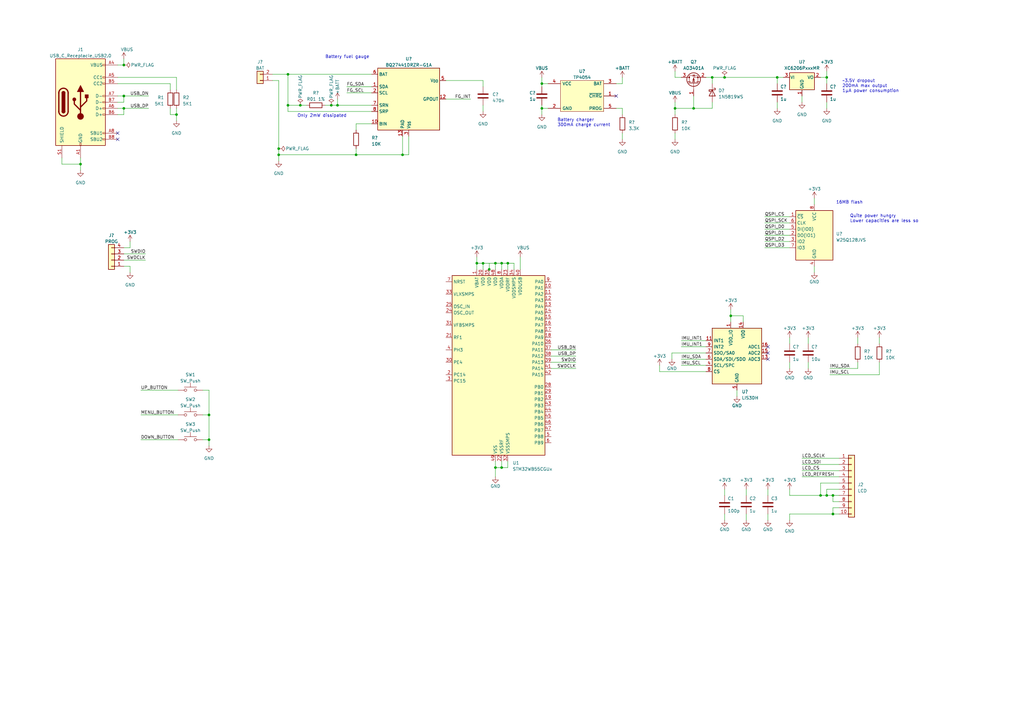
<source format=kicad_sch>
(kicad_sch (version 20230121) (generator eeschema)
  (paper "A3")
  (lib_symbols
    (symbol "Battery_Management:BQ27441DRZR-G1A"
      (property "Reference" "U" (at -5.08 15.875 0))
      (property "Value" "BQ27441DRZR-G1A" (at -5.08 13.97 0))
      (symbol "BQ27441DRZR-G1A_0_1"
        (rectangle (start -12.7 12.7) (end 12.7 -12.7) (stroke (width 0.254)) (fill (type background)))
      )
      (symbol "BQ27441DRZR-G1A_1_1"
        (pin bidirectional line (at -15.24 5.08 0) (length 2.54) (name "SDA") (number "1"))
        (pin input line (at -15.24 -10.16 0) (length 2.54) (name "BIN") (number "10"))
        (pin no_connect line (at 10.16 -2.54 180) (length 2.54) hide (name "NC") (number "11"))
        (pin output line (at 15.24 0 180) (length 2.54) (name "GPOUT") (number "12"))
        (pin power_in line (at -2.54 -15.24 90) (length 2.54) (name "PAD") (number "13"))
        (pin input line (at -15.24 2.54 0) (length 2.54) (name "SCL") (number "2"))
        (pin power_in line (at 0 -15.24 90) (length 2.54) (name "V_{SS}") (number "3"))
        (pin no_connect line (at 10.16 -7.62 180) (length 2.54) hide (name "NC") (number "4"))
        (pin power_out line (at 15.24 7.62 180) (length 2.54) (name "V_{DD}") (number "5"))
        (pin power_in line (at -15.24 10.16 0) (length 2.54) (name "BAT") (number "6"))
        (pin input line (at -15.24 -2.54 0) (length 2.54) (name "SRN") (number "7"))
        (pin input line (at -15.24 -5.08 0) (length 2.54) (name "SRP") (number "8"))
        (pin no_connect line (at 10.16 -5.08 180) (length 2.54) hide (name "NC") (number "9"))
      )
    )
    (symbol "Connector:USB_C_Receptacle_USB2.0" (pin_names (offset 1.016))
      (property "Reference" "J" (at -10.16 19.05 0))
      (property "Value" "USB_C_Receptacle_USB2.0" (at 19.05 19.05 0))
      (symbol "USB_C_Receptacle_USB2.0_0_0"
        (rectangle (start -0.254 -17.78) (end 0.254 -16.764))
        (rectangle (start 10.16 -14.986) (end 9.144 -15.494))
        (rectangle (start 10.16 -12.446) (end 9.144 -12.954))
        (rectangle (start 10.16 -4.826) (end 9.144 -5.334))
        (rectangle (start 10.16 -2.286) (end 9.144 -2.794))
        (rectangle (start 10.16 0.254) (end 9.144 -0.254))
        (rectangle (start 10.16 2.794) (end 9.144 2.286))
        (rectangle (start 10.16 7.874) (end 9.144 7.366))
        (rectangle (start 10.16 10.414) (end 9.144 9.906))
        (rectangle (start 10.16 15.494) (end 9.144 14.986))
      )
      (symbol "USB_C_Receptacle_USB2.0_0_1"
        (rectangle (start -10.16 17.78) (end 10.16 -17.78) (stroke (width 0.254)) (fill (type background)))
        (arc (start -8.89 -3.81) (mid -6.985 -5.7067) (end -5.08 -3.81) (stroke (width 0.508)))
        (arc (start -7.62 -3.81) (mid -6.985 -4.4423) (end -6.35 -3.81) (stroke (width 0.254)))
        (arc (start -7.62 -3.81) (mid -6.985 -4.4423) (end -6.35 -3.81) (stroke (width 0.254)) (fill (type outline)))
        (rectangle (start -7.62 -3.81) (end -6.35 3.81) (stroke (width 0.254)) (fill (type outline)))
        (arc (start -6.35 3.81) (mid -6.985 4.4423) (end -7.62 3.81) (stroke (width 0.254)))
        (arc (start -6.35 3.81) (mid -6.985 4.4423) (end -7.62 3.81) (stroke (width 0.254)) (fill (type outline)))
        (arc (start -5.08 3.81) (mid -6.985 5.7067) (end -8.89 3.81) (stroke (width 0.508)))
        (circle (center -2.54 1.143) (radius 0.635) (stroke (width 0.254)) (fill (type outline)))
        (circle (center 0 -5.842) (radius 1.27) (fill (type outline)))
        (polyline (pts (xy -8.89 -3.81) (xy -8.89 3.81)) (stroke (width 0.508)))
        (polyline (pts (xy -5.08 3.81) (xy -5.08 -3.81)) (stroke (width 0.508)))
        (polyline (pts (xy 0 -5.842) (xy 0 4.318)) (stroke (width 0.508)))
        (polyline (pts (xy 0 -3.302) (xy -2.54 -0.762) (xy -2.54 0.508)) (stroke (width 0.508)))
        (polyline (pts (xy 0 -2.032) (xy 2.54 0.508) (xy 2.54 1.778)) (stroke (width 0.508)))
        (polyline (pts (xy -1.27 4.318) (xy 0 6.858) (xy 1.27 4.318) (xy -1.27 4.318)) (stroke (width 0.254)) (fill (type outline)))
        (rectangle (start 1.905 1.778) (end 3.175 3.048) (stroke (width 0.254)) (fill (type outline)))
      )
      (symbol "USB_C_Receptacle_USB2.0_1_1"
        (pin passive line (at 0 -22.86 90) (length 5.08) (name "GND") (number "A1"))
        (pin passive line (at 0 -22.86 90) (length 5.08) hide (name "GND") (number "A12"))
        (pin passive line (at 15.24 15.24 180) (length 5.08) (name "VBUS") (number "A4"))
        (pin bidirectional line (at 15.24 10.16 180) (length 5.08) (name "CC1") (number "A5"))
        (pin bidirectional line (at 15.24 -2.54 180) (length 5.08) (name "D+") (number "A6"))
        (pin bidirectional line (at 15.24 2.54 180) (length 5.08) (name "D-") (number "A7"))
        (pin bidirectional line (at 15.24 -12.7 180) (length 5.08) (name "SBU1") (number "A8"))
        (pin passive line (at 15.24 15.24 180) (length 5.08) hide (name "VBUS") (number "A9"))
        (pin passive line (at 0 -22.86 90) (length 5.08) hide (name "GND") (number "B1"))
        (pin passive line (at 0 -22.86 90) (length 5.08) hide (name "GND") (number "B12"))
        (pin passive line (at 15.24 15.24 180) (length 5.08) hide (name "VBUS") (number "B4"))
        (pin bidirectional line (at 15.24 7.62 180) (length 5.08) (name "CC2") (number "B5"))
        (pin bidirectional line (at 15.24 -5.08 180) (length 5.08) (name "D+") (number "B6"))
        (pin bidirectional line (at 15.24 0 180) (length 5.08) (name "D-") (number "B7"))
        (pin bidirectional line (at 15.24 -15.24 180) (length 5.08) (name "SBU2") (number "B8"))
        (pin passive line (at 15.24 15.24 180) (length 5.08) hide (name "VBUS") (number "B9"))
        (pin passive line (at -7.62 -22.86 90) (length 5.08) (name "SHIELD") (number "S1"))
      )
    )
    (symbol "Connector_Generic:Conn_01x02" (pin_names (offset 1.016) hide)
      (property "Reference" "J" (at 0 2.54 0))
      (property "Value" "Conn_01x02" (at 0 -5.08 0))
      (symbol "Conn_01x02_1_1"
        (rectangle (start -1.27 -2.413) (end 0 -2.667) (stroke (width 0.1524)))
        (rectangle (start -1.27 0.127) (end 0 -0.127) (stroke (width 0.1524)))
        (rectangle (start -1.27 1.27) (end 1.27 -3.81) (stroke (width 0.254)) (fill (type background)))
        (pin passive line (at -5.08 0 0) (length 3.81) (name "Pin_1") (number "1"))
        (pin passive line (at -5.08 -2.54 0) (length 3.81) (name "Pin_2") (number "2"))
      )
    )
    (symbol "Connector_Generic:Conn_01x04" (pin_names (offset 1.016) hide)
      (property "Reference" "J" (at 0 5.08 0))
      (property "Value" "Conn_01x04" (at 0 -7.62 0))
      (symbol "Conn_01x04_1_1"
        (rectangle (start -1.27 -4.953) (end 0 -5.207) (stroke (width 0.1524)))
        (rectangle (start -1.27 -2.413) (end 0 -2.667) (stroke (width 0.1524)))
        (rectangle (start -1.27 0.127) (end 0 -0.127) (stroke (width 0.1524)))
        (rectangle (start -1.27 2.667) (end 0 2.413) (stroke (width 0.1524)))
        (rectangle (start -1.27 3.81) (end 1.27 -6.35) (stroke (width 0.254)) (fill (type background)))
        (pin passive line (at -5.08 2.54 0) (length 3.81) (name "Pin_1") (number "1"))
        (pin passive line (at -5.08 0 0) (length 3.81) (name "Pin_2") (number "2"))
        (pin passive line (at -5.08 -2.54 0) (length 3.81) (name "Pin_3") (number "3"))
        (pin passive line (at -5.08 -5.08 0) (length 3.81) (name "Pin_4") (number "4"))
      )
    )
    (symbol "Connector_Generic:Conn_01x10" (pin_names (offset 1.016) hide)
      (property "Reference" "J" (at 0 12.7 0))
      (property "Value" "Conn_01x10" (at 0 -15.24 0))
      (symbol "Conn_01x10_1_1"
        (rectangle (start -1.27 -12.573) (end 0 -12.827) (stroke (width 0.1524)))
        (rectangle (start -1.27 -10.033) (end 0 -10.287) (stroke (width 0.1524)))
        (rectangle (start -1.27 -7.493) (end 0 -7.747) (stroke (width 0.1524)))
        (rectangle (start -1.27 -4.953) (end 0 -5.207) (stroke (width 0.1524)))
        (rectangle (start -1.27 -2.413) (end 0 -2.667) (stroke (width 0.1524)))
        (rectangle (start -1.27 0.127) (end 0 -0.127) (stroke (width 0.1524)))
        (rectangle (start -1.27 2.667) (end 0 2.413) (stroke (width 0.1524)))
        (rectangle (start -1.27 5.207) (end 0 4.953) (stroke (width 0.1524)))
        (rectangle (start -1.27 7.747) (end 0 7.493) (stroke (width 0.1524)))
        (rectangle (start -1.27 10.287) (end 0 10.033) (stroke (width 0.1524)))
        (rectangle (start -1.27 11.43) (end 1.27 -13.97) (stroke (width 0.254)) (fill (type background)))
        (pin passive line (at -5.08 10.16 0) (length 3.81) (name "Pin_1") (number "1"))
        (pin passive line (at -5.08 -12.7 0) (length 3.81) (name "Pin_10") (number "10"))
        (pin passive line (at -5.08 7.62 0) (length 3.81) (name "Pin_2") (number "2"))
        (pin passive line (at -5.08 5.08 0) (length 3.81) (name "Pin_3") (number "3"))
        (pin passive line (at -5.08 2.54 0) (length 3.81) (name "Pin_4") (number "4"))
        (pin passive line (at -5.08 0 0) (length 3.81) (name "Pin_5") (number "5"))
        (pin passive line (at -5.08 -2.54 0) (length 3.81) (name "Pin_6") (number "6"))
        (pin passive line (at -5.08 -5.08 0) (length 3.81) (name "Pin_7") (number "7"))
        (pin passive line (at -5.08 -7.62 0) (length 3.81) (name "Pin_8") (number "8"))
        (pin passive line (at -5.08 -10.16 0) (length 3.81) (name "Pin_9") (number "9"))
      )
    )
    (symbol "Device:C" (pin_numbers hide) (pin_names (offset 0.254))
      (property "Reference" "C" (at 0.635 2.54 0))
      (property "Value" "C" (at 0.635 -2.54 0))
      (symbol "C_0_1"
        (polyline (pts (xy -2.032 -0.762) (xy 2.032 -0.762)) (stroke (width 0.508)))
        (polyline (pts (xy -2.032 0.762) (xy 2.032 0.762)) (stroke (width 0.508)))
      )
      (symbol "C_1_1"
        (pin passive line (at 0 3.81 270) (length 2.794) (name "~") (number "1"))
        (pin passive line (at 0 -3.81 90) (length 2.794) (name "~") (number "2"))
      )
    )
    (symbol "Device:R" (pin_numbers hide) (pin_names (offset 0))
      (property "Reference" "R" (at 2.032 0 90))
      (property "Value" "R" (at 0 0 90))
      (symbol "R_0_1"
        (rectangle (start -1.016 -2.54) (end 1.016 2.54) (stroke (width 0.254)))
      )
      (symbol "R_1_1"
        (pin passive line (at 0 3.81 270) (length 1.27) (name "~") (number "1"))
        (pin passive line (at 0 -3.81 90) (length 1.27) (name "~") (number "2"))
      )
    )
    (symbol "Diode:1N5819WS" (pin_numbers hide) (pin_names (offset 1.016) hide)
      (property "Reference" "D" (at 0 2.54 0))
      (property "Value" "1N5819WS" (at 0 -2.54 0))
      (symbol "1N5819WS_0_1"
        (polyline (pts (xy 1.27 0) (xy -1.27 0)))
        (polyline (pts (xy 1.27 1.27) (xy 1.27 -1.27) (xy -1.27 0) (xy 1.27 1.27)) (stroke (width 0.254)))
        (polyline (pts (xy -1.905 0.635) (xy -1.905 1.27) (xy -1.27 1.27) (xy -1.27 -1.27) (xy -0.635 -1.27) (xy -0.635 -0.635)) (stroke (width 0.254)))
      )
      (symbol "1N5819WS_1_1"
        (pin passive line (at -3.81 0 0) (length 2.54) (name "K") (number "1"))
        (pin passive line (at 3.81 0 180) (length 2.54) (name "A") (number "2"))
      )
    )
    (symbol "MCU_ST_STM32WB:STM32WB55CGUx"
      (property "Reference" "U" (at -17.78 39.37 0))
      (property "Value" "STM32WB55CGUx" (at 12.7 39.37 0))
      (symbol "STM32WB55CGUx_0_1"
        (rectangle (start -17.78 -35.56) (end 20.32 38.1) (stroke (width 0.254)) (fill (type background)))
      )
      (symbol "STM32WB55CGUx_1_1"
        (pin power_in line (at -7.62 40.64 270) (length 2.54) (name "VBAT") (number "1"))
        (pin bidirectional line (at 22.86 33.02 180) (length 2.54) (name "PA1") (number "10"))
        (pin bidirectional line (at 22.86 30.48 180) (length 2.54) (name "PA2") (number "11"))
        (pin bidirectional line (at 22.86 27.94 180) (length 2.54) (name "PA3") (number "12"))
        (pin bidirectional line (at 22.86 25.4 180) (length 2.54) (name "PA4") (number "13"))
        (pin bidirectional line (at 22.86 22.86 180) (length 2.54) (name "PA5") (number "14"))
        (pin bidirectional line (at 22.86 20.32 180) (length 2.54) (name "PA6") (number "15"))
        (pin bidirectional line (at 22.86 17.78 180) (length 2.54) (name "PA7") (number "16"))
        (pin bidirectional line (at 22.86 15.24 180) (length 2.54) (name "PA8") (number "17"))
        (pin bidirectional line (at 22.86 12.7 180) (length 2.54) (name "PA9") (number "18"))
        (pin bidirectional line (at 22.86 -12.7 180) (length 2.54) (name "PB2") (number "19"))
        (pin bidirectional line (at -20.32 -2.54 0) (length 2.54) (name "PC14") (number "2"))
        (pin power_in line (at -5.08 40.64 270) (length 2.54) (name "VDD") (number "20"))
        (pin bidirectional line (at -20.32 12.7 0) (length 2.54) (name "RF1") (number "21"))
        (pin power_in line (at 2.54 -38.1 90) (length 2.54) (name "VSSRF") (number "22"))
        (pin power_in line (at 5.08 40.64 270) (length 2.54) (name "VDDRF") (number "23"))
        (pin input line (at -20.32 22.86 0) (length 2.54) (name "OSC_OUT") (number "24"))
        (pin input line (at -20.32 25.4 0) (length 2.54) (name "OSC_IN") (number "25"))
        (pin no_connect line (at -17.78 -35.56 0) (length 2.54) hide (name "AT0") (number "26"))
        (pin no_connect line (at -17.78 -33.02 0) (length 2.54) hide (name "AT1") (number "27"))
        (pin bidirectional line (at 22.86 -7.62 180) (length 2.54) (name "PB0") (number "28"))
        (pin bidirectional line (at 22.86 -10.16 180) (length 2.54) (name "PB1") (number "29"))
        (pin bidirectional line (at -20.32 -5.08 0) (length 2.54) (name "PC15") (number "3"))
        (pin bidirectional line (at -20.32 2.54 0) (length 2.54) (name "PE4") (number "30"))
        (pin input line (at -20.32 17.78 0) (length 2.54) (name "VFBSMPS") (number "31"))
        (pin power_in line (at 5.08 -38.1 90) (length 2.54) (name "VSSSMPS") (number "32"))
        (pin power_in line (at -20.32 30.48 0) (length 2.54) (name "VLXSMPS") (number "33"))
        (pin power_in line (at 7.62 40.64 270) (length 2.54) (name "VDDSMPS") (number "34"))
        (pin power_in line (at -2.54 40.64 270) (length 2.54) (name "VDD") (number "35"))
        (pin bidirectional line (at 22.86 10.16 180) (length 2.54) (name "PA10") (number "36"))
        (pin bidirectional line (at 22.86 7.62 180) (length 2.54) (name "PA11") (number "37"))
        (pin bidirectional line (at 22.86 5.08 180) (length 2.54) (name "PA12") (number "38"))
        (pin bidirectional line (at 22.86 2.54 180) (length 2.54) (name "PA13") (number "39"))
        (pin bidirectional line (at -20.32 7.62 0) (length 2.54) (name "PH3") (number "4"))
        (pin power_in line (at 10.16 40.64 270) (length 2.54) (name "VDDUSB") (number "40"))
        (pin bidirectional line (at 22.86 0 180) (length 2.54) (name "PA14") (number "41"))
        (pin bidirectional line (at 22.86 -2.54 180) (length 2.54) (name "PA15") (number "42"))
        (pin bidirectional line (at 22.86 -15.24 180) (length 2.54) (name "PB3") (number "43"))
        (pin bidirectional line (at 22.86 -17.78 180) (length 2.54) (name "PB4") (number "44"))
        (pin bidirectional line (at 22.86 -20.32 180) (length 2.54) (name "PB5") (number "45"))
        (pin bidirectional line (at 22.86 -22.86 180) (length 2.54) (name "PB6") (number "46"))
        (pin bidirectional line (at 22.86 -25.4 180) (length 2.54) (name "PB7") (number "47"))
        (pin power_in line (at 0 40.64 270) (length 2.54) (name "VDD") (number "48"))
        (pin power_in line (at 0 -38.1 90) (length 2.54) (name "VSS") (number "49"))
        (pin bidirectional line (at 22.86 -27.94 180) (length 2.54) (name "PB8") (number "5"))
        (pin bidirectional line (at 22.86 -30.48 180) (length 2.54) (name "PB9") (number "6"))
        (pin input line (at -20.32 35.56 0) (length 2.54) (name "NRST") (number "7"))
        (pin power_in line (at 2.54 40.64 270) (length 2.54) (name "VDDA") (number "8"))
        (pin bidirectional line (at 22.86 35.56 180) (length 2.54) (name "PA0") (number "9"))
      )
    )
    (symbol "Memory_Flash:W25Q128JVS"
      (property "Reference" "U" (at -8.89 8.89 0))
      (property "Value" "W25Q128JVS" (at 7.62 8.89 0))
      (symbol "W25Q128JVS_0_1"
        (rectangle (start -7.62 10.16) (end 7.62 -10.16) (stroke (width 0.254)) (fill (type background)))
      )
      (symbol "W25Q128JVS_1_1"
        (pin input line (at -10.16 7.62 0) (length 2.54) (name "~{CS}") (number "1"))
        (pin bidirectional line (at -10.16 0 0) (length 2.54) (name "DO(IO1)") (number "2"))
        (pin bidirectional line (at -10.16 -2.54 0) (length 2.54) (name "IO2") (number "3"))
        (pin power_in line (at 0 -12.7 90) (length 2.54) (name "GND") (number "4"))
        (pin bidirectional line (at -10.16 2.54 0) (length 2.54) (name "DI(IO0)") (number "5"))
        (pin input line (at -10.16 5.08 0) (length 2.54) (name "CLK") (number "6"))
        (pin bidirectional line (at -10.16 -5.08 0) (length 2.54) (name "IO3") (number "7"))
        (pin power_in line (at 0 12.7 270) (length 2.54) (name "VCC") (number "8"))
      )
    )
    (symbol "Regulator_Linear:XC6206PxxxMR" (pin_names (offset 0.254))
      (property "Reference" "U" (at -3.81 3.175 0))
      (property "Value" "XC6206PxxxMR" (at 0 3.175 0))
      (symbol "XC6206PxxxMR_0_1"
        (rectangle (start -5.08 1.905) (end 5.08 -5.08) (stroke (width 0.254)) (fill (type background)))
      )
      (symbol "XC6206PxxxMR_1_1"
        (pin power_in line (at 0 -7.62 90) (length 2.54) (name "GND") (number "1"))
        (pin power_out line (at 7.62 0 180) (length 2.54) (name "VO") (number "2"))
        (pin power_in line (at -7.62 0 0) (length 2.54) (name "VI") (number "3"))
      )
    )
    (symbol "Sensor_Motion:LIS3DH"
      (property "Reference" "U" (at -7.62 11.43 0))
      (property "Value" "LIS3DH" (at 6.35 11.43 0))
      (symbol "LIS3DH_0_1"
        (rectangle (start -10.16 10.16) (end 10.16 -12.7) (stroke (width 0.254)) (fill (type background)))
      )
      (symbol "LIS3DH_1_1"
        (pin power_in line (at -2.54 12.7 270) (length 2.54) (name "VDD_IO") (number "1"))
        (pin passive line (at 0 -15.24 90) (length 2.54) hide (name "GND") (number "10"))
        (pin output line (at -12.7 5.08 0) (length 2.54) (name "INT1") (number "11"))
        (pin passive line (at 0 -15.24 90) (length 2.54) hide (name "GND") (number "12"))
        (pin input line (at 12.7 -2.54 180) (length 2.54) (name "ADC3") (number "13"))
        (pin power_in line (at 2.54 12.7 270) (length 2.54) (name "VDD") (number "14"))
        (pin input line (at 12.7 0 180) (length 2.54) (name "ADC2") (number "15"))
        (pin input line (at 12.7 2.54 180) (length 2.54) (name "ADC1") (number "16"))
        (pin no_connect line (at 10.16 5.08 180) (length 2.54) hide (name "NC") (number "2"))
        (pin no_connect line (at 10.16 7.62 180) (length 2.54) hide (name "NC") (number "3"))
        (pin input line (at -12.7 -5.08 0) (length 2.54) (name "SCL/SPC") (number "4"))
        (pin power_in line (at 0 -15.24 90) (length 2.54) (name "GND") (number "5"))
        (pin bidirectional line (at -12.7 -2.54 0) (length 2.54) (name "SDA/SDI/SDO") (number "6"))
        (pin bidirectional line (at -12.7 0 0) (length 2.54) (name "SDO/SA0") (number "7"))
        (pin input line (at -12.7 -7.62 0) (length 2.54) (name "CS") (number "8"))
        (pin output line (at -12.7 2.54 0) (length 2.54) (name "INT2") (number "9"))
      )
    )
    (symbol "Switch:SW_Push" (pin_numbers hide) (pin_names (offset 1.016) hide)
      (property "Reference" "SW" (at 1.27 2.54 0))
      (property "Value" "SW_Push" (at 0 -1.524 0))
      (symbol "SW_Push_0_1"
        (circle (center -2.032 0) (radius 0.508))
        (polyline (pts (xy 0 1.27) (xy 0 3.048)))
        (polyline (pts (xy 2.54 1.27) (xy -2.54 1.27)))
        (circle (center 2.032 0) (radius 0.508))
        (pin passive line (at -5.08 0 0) (length 2.54) (name "1") (number "1"))
        (pin passive line (at 5.08 0 180) (length 2.54) (name "2") (number "2"))
      )
    )
    (symbol "Transistor_FET:AO3401A" (pin_names hide)
      (property "Reference" "Q" (at 5.08 1.905 0))
      (property "Value" "AO3401A" (at 5.08 0 0))
      (symbol "AO3401A_0_1"
        (polyline (pts (xy 0.254 0) (xy -2.54 0)))
        (polyline (pts (xy 0.254 1.905) (xy 0.254 -1.905)) (stroke (width 0.254)))
        (polyline (pts (xy 0.762 -1.27) (xy 0.762 -2.286)) (stroke (width 0.254)))
        (polyline (pts (xy 0.762 0.508) (xy 0.762 -0.508)) (stroke (width 0.254)))
        (polyline (pts (xy 0.762 2.286) (xy 0.762 1.27)) (stroke (width 0.254)))
        (polyline (pts (xy 2.54 2.54) (xy 2.54 1.778)))
        (polyline (pts (xy 2.54 -2.54) (xy 2.54 0) (xy 0.762 0)))
        (polyline (pts (xy 0.762 1.778) (xy 3.302 1.778) (xy 3.302 -1.778) (xy 0.762 -1.778)))
        (polyline (pts (xy 2.286 0) (xy 1.27 0.381) (xy 1.27 -0.381) (xy 2.286 0)) (fill (type outline)))
        (polyline (pts (xy 2.794 -0.508) (xy 2.921 -0.381) (xy 3.683 -0.381) (xy 3.81 -0.254)))
        (polyline (pts (xy 3.302 -0.381) (xy 2.921 0.254) (xy 3.683 0.254) (xy 3.302 -0.381)))
        (circle (center 1.651 0) (radius 2.794) (stroke (width 0.254)))
        (circle (center 2.54 -1.778) (radius 0.254) (fill (type outline)))
        (circle (center 2.54 1.778) (radius 0.254) (fill (type outline)))
      )
      (symbol "AO3401A_1_1"
        (pin input line (at -5.08 0 0) (length 2.54) (name "G") (number "1"))
        (pin passive line (at 2.54 -5.08 90) (length 2.54) (name "S") (number "2"))
        (pin passive line (at 2.54 5.08 270) (length 2.54) (name "D") (number "3"))
      )
    )
    (symbol "local:TP4054" (pin_names (offset 0.762))
      (property "Reference" "U?" (at 0 10.16 0))
      (property "Value" "TP4054" (at 0 7.62 0))
      (symbol "TP4054_0_0"
        (pin passive line (at 13.97 0 180) (length 5.08) (name "~{CHRG}") (number "1"))
        (pin passive line (at -13.97 -5.08 0) (length 5.08) (name "GND") (number "2"))
        (pin passive line (at 13.97 5.08 180) (length 5.08) (name "BAT") (number "3"))
        (pin passive line (at -13.97 5.08 0) (length 5.08) (name "VCC") (number "4"))
        (pin passive line (at 13.97 -5.08 180) (length 5.08) (name "PROG") (number "5"))
      )
      (symbol "TP4054_1_1"
        (polyline (pts (xy -8.89 6.35) (xy 8.89 6.35) (xy 8.89 -6.35) (xy -8.89 -6.35) (xy -8.89 6.35)) (stroke (width 0.1524)) (fill (type background)))
      )
    )
    (symbol "power:+3V3" (power) (pin_names (offset 0))
      (property "Value" "+3V3" (at 0 3.556 0))
      (symbol "+3V3_0_1"
        (polyline (pts (xy -0.762 1.27) (xy 0 2.54)))
        (polyline (pts (xy 0 0) (xy 0 2.54)))
        (polyline (pts (xy 0 2.54) (xy 0.762 1.27)))
      )
      (symbol "+3V3_1_1"
        (pin power_in line (at 0 0 90) (length 0) hide (name "+3V3") (number "1"))
      )
    )
    (symbol "power:+BATT" (power) (pin_names (offset 0))
      (property "Value" "+BATT" (at 0 3.556 0))
      (symbol "+BATT_0_1"
        (polyline (pts (xy -0.762 1.27) (xy 0 2.54)))
        (polyline (pts (xy 0 0) (xy 0 2.54)))
        (polyline (pts (xy 0 2.54) (xy 0.762 1.27)))
      )
      (symbol "+BATT_1_1"
        (pin power_in line (at 0 0 90) (length 0) hide (name "+BATT") (number "1"))
      )
    )
    (symbol "power:GND" (power) (pin_names (offset 0))
      (property "Value" "GND" (at 0 -3.81 0))
      (symbol "GND_0_1"
        (polyline (pts (xy 0 0) (xy 0 -1.27) (xy 1.27 -1.27) (xy 0 -2.54) (xy -1.27 -1.27) (xy 0 -1.27)))
      )
      (symbol "GND_1_1"
        (pin power_in line (at 0 0 270) (length 0) hide (name "GND") (number "1"))
      )
    )
    (symbol "power:PWR_FLAG" (power) (pin_numbers hide) (pin_names (offset 0) hide)
      (property "Value" "PWR_FLAG" (at 0 3.81 0))
      (symbol "PWR_FLAG_0_0"
        (pin power_out line (at 0 0 90) (length 0) (name "pwr") (number "1"))
      )
      (symbol "PWR_FLAG_0_1"
        (polyline (pts (xy 0 0) (xy 0 1.27) (xy -1.016 1.905) (xy 0 2.54) (xy 1.016 1.905) (xy 0 1.27)))
      )
    )
    (symbol "power:VBUS" (power) (pin_names (offset 0))
      (property "Value" "VBUS" (at 0 3.81 0))
      (symbol "VBUS_0_1"
        (polyline (pts (xy -0.762 1.27) (xy 0 2.54)))
        (polyline (pts (xy 0 0) (xy 0 2.54)))
        (polyline (pts (xy 0 2.54) (xy 0.762 1.27)))
      )
      (symbol "VBUS_1_1"
        (pin power_in line (at 0 0 90) (length 0) hide (name "VBUS") (number "1"))
      )
    )
  )
  (junction (at 203.2 107.95))
  (junction (at 341.63 203.2))
  (junction (at 85.725 180.34))
  (junction (at 292.1 31.75))
  (junction (at 318.77 31.75))
  (junction (at 50.8 39.37))
  (junction (at 203.2 191.77))
  (junction (at 297.18 31.75))
  (junction (at 195.58 107.95))
  (junction (at 135.89 43.18))
  (junction (at 138.43 43.18))
  (junction (at 336.55 203.2))
  (junction (at 200.66 110.49))
  (junction (at 205.74 107.95))
  (junction (at 208.28 107.95))
  (junction (at 118.11 43.18))
  (junction (at 50.8 44.45))
  (junction (at 284.48 44.45))
  (junction (at 299.72 129.54))
  (junction (at 72.39 46.99))
  (junction (at 205.74 191.77))
  (junction (at 276.86 44.45))
  (junction (at 85.725 170.18))
  (junction (at 118.11 30.48))
  (junction (at 146.05 63.5))
  (junction (at 114.3 63.5))
  (junction (at 198.12 108.0045))
  (junction (at 33.02 67.31))
  (junction (at 222.25 44.45))
  (junction (at 341.63 210.82))
  (junction (at 50.8 26.67))
  (junction (at 339.09 203.2))
  (junction (at 123.19 43.18))
  (junction (at 222.25 34.29))
  (junction (at 114.3 60.96))
  (junction (at 165.1 63.5))
  (junction (at 339.09 31.75))
  (no_connect (at 314.96 144.78))
  (no_connect (at 48.26 54.61))
  (no_connect (at 314.96 142.24))
  (no_connect (at 48.26 57.15))
  (no_connect (at 252.73 39.37))
  (no_connect (at 314.96 147.32))
  (wire (pts (xy 344.17 200.66) (xy 339.09 200.66)))
  (wire (pts (xy 50.8 24.13) (xy 50.8 26.67)))
  (wire (pts (xy 165.1 55.88) (xy 165.1 63.5)))
  (wire (pts (xy 313.69 99.06) (xy 323.85 99.06)))
  (wire (pts (xy 142.24 35.56) (xy 152.4 35.56)))
  (wire (pts (xy 69.85 34.29) (xy 69.85 36.83)))
  (wire (pts (xy 167.64 55.88) (xy 167.64 63.5)))
  (wire (pts (xy 341.63 208.28) (xy 344.17 208.28)))
  (wire (pts (xy 198.12 43.18) (xy 198.12 45.72)))
  (wire (pts (xy 314.96 200.66) (xy 314.96 203.2)))
  (wire (pts (xy 50.8 39.37) (xy 60.96 39.37)))
  (wire (pts (xy 284.48 39.37) (xy 284.48 44.45)))
  (wire (pts (xy 226.06 143.51) (xy 236.22 143.51)))
  (wire (pts (xy 339.09 31.75) (xy 336.55 31.75)))
  (wire (pts (xy 328.93 187.96) (xy 344.17 187.96)))
  (wire (pts (xy 306.07 200.66) (xy 306.07 203.2)))
  (wire (pts (xy 114.3 63.5) (xy 146.05 63.5)))
  (wire (pts (xy 360.68 148.59) (xy 360.68 153.67)))
  (wire (pts (xy 331.47 148.59) (xy 331.47 151.13)))
  (wire (pts (xy 203.2 191.77) (xy 203.2 195.58)))
  (wire (pts (xy 323.85 138.43) (xy 323.85 140.97)))
  (wire (pts (xy 328.93 39.37) (xy 328.93 41.91)))
  (wire (pts (xy 289.56 139.7) (xy 279.4 139.7)))
  (wire (pts (xy 270.51 149.86) (xy 270.51 152.4)))
  (wire (pts (xy 118.11 30.48) (xy 152.4 30.48)))
  (wire (pts (xy 299.72 127) (xy 299.72 129.54)))
  (wire (pts (xy 83.185 160.02) (xy 85.725 160.02)))
  (wire (pts (xy 138.43 43.18) (xy 152.4 43.18)))
  (wire (pts (xy 133.35 43.18) (xy 135.89 43.18)))
  (wire (pts (xy 306.07 210.82) (xy 306.07 213.36)))
  (wire (pts (xy 226.06 148.59) (xy 236.22 148.59)))
  (wire (pts (xy 25.4 64.77) (xy 25.4 67.31)))
  (wire (pts (xy 114.3 33.02) (xy 114.3 60.96)))
  (wire (pts (xy 255.27 34.29) (xy 252.73 34.29)))
  (wire (pts (xy 138.43 40.64) (xy 138.43 43.18)))
  (wire (pts (xy 205.74 191.77) (xy 208.28 191.77)))
  (wire (pts (xy 48.26 31.75) (xy 72.39 31.75)))
  (wire (pts (xy 50.8 44.45) (xy 50.8 46.99)))
  (wire (pts (xy 111.76 33.02) (xy 114.3 33.02)))
  (wire (pts (xy 72.39 31.75) (xy 72.39 36.83)))
  (wire (pts (xy 279.4 147.32) (xy 289.56 147.32)))
  (wire (pts (xy 328.93 193.04) (xy 344.17 193.04)))
  (wire (pts (xy 146.05 63.5) (xy 146.05 60.96)))
  (wire (pts (xy 222.25 46.99) (xy 222.25 44.45)))
  (wire (pts (xy 203.2 107.95) (xy 205.74 107.95)))
  (wire (pts (xy 53.34 99.06) (xy 53.34 101.6)))
  (wire (pts (xy 146.05 53.34) (xy 146.05 50.8)))
  (wire (pts (xy 59.69 104.14) (xy 50.8 104.14)))
  (wire (pts (xy 313.69 93.98) (xy 323.85 93.98)))
  (wire (pts (xy 85.725 160.02) (xy 85.725 170.18)))
  (wire (pts (xy 344.17 205.74) (xy 341.63 205.74)))
  (wire (pts (xy 284.48 44.45) (xy 276.86 44.45)))
  (wire (pts (xy 205.74 107.95) (xy 205.74 110.49)))
  (wire (pts (xy 284.48 44.45) (xy 292.1 44.45)))
  (wire (pts (xy 336.55 203.2) (xy 339.09 203.2)))
  (wire (pts (xy 340.36 153.67) (xy 360.68 153.67)))
  (wire (pts (xy 341.63 203.2) (xy 344.17 203.2)))
  (wire (pts (xy 123.19 43.18) (xy 125.73 43.18)))
  (wire (pts (xy 222.25 31.75) (xy 222.25 34.29)))
  (wire (pts (xy 292.1 41.91) (xy 292.1 44.45)))
  (wire (pts (xy 292.1 31.75) (xy 297.18 31.75)))
  (wire (pts (xy 146.05 50.8) (xy 152.4 50.8)))
  (wire (pts (xy 200.66 108.0045) (xy 200.66 110.49)))
  (wire (pts (xy 222.25 44.45) (xy 224.79 44.45)))
  (wire (pts (xy 313.69 96.52) (xy 323.85 96.52)))
  (wire (pts (xy 198.12 107.95) (xy 198.12 108.0045)))
  (wire (pts (xy 292.1 31.75) (xy 292.1 34.29)))
  (wire (pts (xy 275.59 144.78) (xy 275.59 147.32)))
  (wire (pts (xy 195.58 107.95) (xy 198.12 107.95)))
  (wire (pts (xy 33.02 69.85) (xy 33.02 67.31)))
  (wire (pts (xy 336.55 198.12) (xy 344.17 198.12)))
  (wire (pts (xy 118.11 45.72) (xy 152.4 45.72)))
  (wire (pts (xy 299.72 129.54) (xy 299.72 132.08)))
  (wire (pts (xy 339.09 200.66) (xy 339.09 203.2)))
  (wire (pts (xy 167.64 63.5) (xy 165.1 63.5)))
  (wire (pts (xy 118.11 43.18) (xy 118.11 30.48)))
  (wire (pts (xy 331.47 138.43) (xy 331.47 140.97)))
  (wire (pts (xy 334.01 81.28) (xy 334.01 83.82)))
  (wire (pts (xy 276.86 44.45) (xy 276.86 46.99)))
  (wire (pts (xy 351.79 151.13) (xy 340.36 151.13)))
  (wire (pts (xy 339.09 41.91) (xy 339.09 44.45)))
  (wire (pts (xy 351.79 138.43) (xy 351.79 140.97)))
  (wire (pts (xy 276.86 29.21) (xy 276.86 31.75)))
  (wire (pts (xy 50.8 26.67) (xy 48.26 26.67)))
  (wire (pts (xy 198.12 108.0045) (xy 200.66 108.0045)))
  (wire (pts (xy 318.77 31.75) (xy 321.31 31.75)))
  (wire (pts (xy 255.27 31.75) (xy 255.27 34.29)))
  (wire (pts (xy 198.12 33.02) (xy 198.12 35.56)))
  (wire (pts (xy 135.89 43.18) (xy 138.43 43.18)))
  (wire (pts (xy 50.8 109.22) (xy 53.34 109.22)))
  (wire (pts (xy 195.58 107.95) (xy 195.58 110.49)))
  (wire (pts (xy 323.85 210.82) (xy 323.85 213.36)))
  (wire (pts (xy 270.51 152.4) (xy 289.56 152.4)))
  (wire (pts (xy 57.785 170.18) (xy 73.025 170.18)))
  (wire (pts (xy 85.725 182.88) (xy 85.725 180.34)))
  (wire (pts (xy 50.8 41.91) (xy 50.8 39.37)))
  (wire (pts (xy 203.2 107.95) (xy 203.2 110.49)))
  (wire (pts (xy 297.18 31.75) (xy 318.77 31.75)))
  (wire (pts (xy 213.36 105.41) (xy 213.36 110.49)))
  (wire (pts (xy 50.8 44.45) (xy 60.96 44.45)))
  (wire (pts (xy 142.24 38.1) (xy 152.4 38.1)))
  (wire (pts (xy 323.85 148.59) (xy 323.85 151.13)))
  (wire (pts (xy 48.26 46.99) (xy 50.8 46.99)))
  (wire (pts (xy 304.8 129.54) (xy 304.8 132.08)))
  (wire (pts (xy 341.63 210.82) (xy 323.85 210.82)))
  (wire (pts (xy 313.69 101.6) (xy 323.85 101.6)))
  (wire (pts (xy 339.09 31.75) (xy 339.09 34.29)))
  (wire (pts (xy 252.73 44.45) (xy 255.27 44.45)))
  (wire (pts (xy 318.77 31.75) (xy 318.77 34.29)))
  (wire (pts (xy 208.28 107.95) (xy 208.28 110.49)))
  (wire (pts (xy 318.77 41.91) (xy 318.77 44.45)))
  (wire (pts (xy 314.96 210.82) (xy 314.96 213.36)))
  (wire (pts (xy 146.05 63.5) (xy 165.1 63.5)))
  (wire (pts (xy 255.27 54.61) (xy 255.27 57.15)))
  (wire (pts (xy 69.85 46.99) (xy 72.39 46.99)))
  (wire (pts (xy 276.86 57.15) (xy 276.86 54.61)))
  (wire (pts (xy 222.25 34.29) (xy 224.79 34.29)))
  (wire (pts (xy 53.34 109.22) (xy 53.34 111.76)))
  (wire (pts (xy 205.74 191.77) (xy 205.74 189.23)))
  (wire (pts (xy 302.26 160.02) (xy 302.26 162.56)))
  (wire (pts (xy 276.86 31.75) (xy 279.4 31.75)))
  (wire (pts (xy 341.63 208.28) (xy 341.63 210.82)))
  (wire (pts (xy 118.11 43.18) (xy 123.19 43.18)))
  (wire (pts (xy 297.18 200.66) (xy 297.18 203.2)))
  (wire (pts (xy 313.69 91.44) (xy 323.85 91.44)))
  (wire (pts (xy 313.69 88.9) (xy 323.85 88.9)))
  (wire (pts (xy 299.72 129.54) (xy 304.8 129.54)))
  (wire (pts (xy 210.82 107.95) (xy 210.82 110.49)))
  (wire (pts (xy 198.12 108.0045) (xy 198.12 110.49)))
  (wire (pts (xy 69.85 46.99) (xy 69.85 44.45)))
  (wire (pts (xy 360.68 138.43) (xy 360.68 140.97)))
  (wire (pts (xy 279.4 149.86) (xy 289.56 149.86)))
  (wire (pts (xy 57.785 160.02) (xy 73.025 160.02)))
  (wire (pts (xy 48.26 34.29) (xy 69.85 34.29)))
  (wire (pts (xy 198.12 33.02) (xy 182.88 33.02)))
  (wire (pts (xy 351.79 151.13) (xy 351.79 148.59)))
  (wire (pts (xy 341.63 205.74) (xy 341.63 203.2)))
  (wire (pts (xy 33.02 67.31) (xy 33.02 64.77)))
  (wire (pts (xy 341.63 210.82) (xy 344.17 210.82)))
  (wire (pts (xy 289.56 144.78) (xy 275.59 144.78)))
  (wire (pts (xy 114.3 60.96) (xy 114.3 63.5)))
  (wire (pts (xy 222.25 34.29) (xy 222.25 35.56)))
  (wire (pts (xy 323.85 203.2) (xy 336.55 203.2)))
  (wire (pts (xy 226.06 151.13) (xy 236.22 151.13)))
  (wire (pts (xy 111.76 30.48) (xy 118.11 30.48)))
  (wire (pts (xy 85.725 170.18) (xy 85.725 180.34)))
  (wire (pts (xy 182.88 40.64) (xy 193.04 40.64)))
  (wire (pts (xy 48.26 44.45) (xy 50.8 44.45)))
  (wire (pts (xy 72.39 49.53) (xy 72.39 46.99)))
  (wire (pts (xy 200.66 110.49) (xy 200.66 110.5445)))
  (wire (pts (xy 336.55 198.12) (xy 336.55 203.2)))
  (wire (pts (xy 57.785 180.34) (xy 73.025 180.34)))
  (wire (pts (xy 328.93 195.58) (xy 344.17 195.58)))
  (wire (pts (xy 83.185 170.18) (xy 85.725 170.18)))
  (wire (pts (xy 339.09 29.21) (xy 339.09 31.75)))
  (wire (pts (xy 289.56 31.75) (xy 292.1 31.75)))
  (wire (pts (xy 339.09 203.2) (xy 341.63 203.2)))
  (wire (pts (xy 255.27 44.45) (xy 255.27 46.99)))
  (wire (pts (xy 118.11 45.72) (xy 118.11 43.18)))
  (wire (pts (xy 85.725 180.34) (xy 83.185 180.34)))
  (wire (pts (xy 276.86 44.45) (xy 276.86 41.91)))
  (wire (pts (xy 208.28 107.95) (xy 210.82 107.95)))
  (wire (pts (xy 114.3 63.5) (xy 114.3 66.04)))
  (wire (pts (xy 203.2 191.77) (xy 205.74 191.77)))
  (wire (pts (xy 208.28 191.77) (xy 208.28 189.23)))
  (wire (pts (xy 48.26 39.37) (xy 50.8 39.37)))
  (wire (pts (xy 222.25 43.18) (xy 222.25 44.45)))
  (wire (pts (xy 48.26 41.91) (xy 50.8 41.91)))
  (wire (pts (xy 203.2 189.23) (xy 203.2 191.77)))
  (wire (pts (xy 226.06 146.05) (xy 236.22 146.05)))
  (wire (pts (xy 297.18 210.82) (xy 297.18 213.36)))
  (wire (pts (xy 205.74 107.95) (xy 208.28 107.95)))
  (wire (pts (xy 334.01 109.22) (xy 334.01 111.76)))
  (wire (pts (xy 72.39 46.99) (xy 72.39 44.45)))
  (wire (pts (xy 25.4 67.31) (xy 33.02 67.31)))
  (wire (pts (xy 195.58 105.41) (xy 195.58 107.95)))
  (wire (pts (xy 59.69 106.68) (xy 50.8 106.68)))
  (wire (pts (xy 200.66 107.95) (xy 203.2 107.95)))
  (wire (pts (xy 328.93 190.5) (xy 344.17 190.5)))
  (wire (pts (xy 279.4 142.24) (xy 289.56 142.24)))
  (wire (pts (xy 323.85 200.66) (xy 323.85 203.2)))
  (wire (pts (xy 50.8 101.6) (xy 53.34 101.6)))
  (text "16MB flash" (at 342.9 83.82 0) (effects (font (size 1.27 1.27)) (justify left bottom)))
  (text "~3.5V dropout\n200mA max output\n1μA power consumption" (at 345.44 38.1 0) (effects (font (size 1.27 1.27)) (justify left bottom)))
  (text "Battery fuel gauge" (at 133.35 24.13 0) (effects (font (size 1.27 1.27)) (justify left bottom)))
  (text "Only 2mW dissipated" (at 121.92 48.26 0) (effects (font (size 1.27 1.27)) (justify left bottom)))
  (text "Battery charger\n300mA charge current" (at 228.6 52.07 0) (effects (font (size 1.27 1.27)) (justify left bottom)))
  (text "Pimoroni: 500mah 37x30.5x5.3mm\neBay: 500mah 35x30x5mm\nAmazon: 320mah 37x25.5x4.3mm" (at 66.04 -20.32 0) (effects (font (size 1.27 1.27)) (justify left bottom)))
  (text "Quite power hungry\nLower capacities are less so" (at 348.615 91.44 0) (effects (font (size 1.27 1.27)) (justify left bottom)))
  (label "QSPI_D2" (at 313.69 99.06 0))
  (label "IMU_SDA" (at 279.4 147.32 0))
  (label "LCD_CS" (at 328.93 193.04 0))
  (label "DOWN_BUTTON" (at 57.785 180.34 0))
  (label "SWDIO" (at 59.69 104.14 180))
  (label "UP_BUTTON" (at 57.785 160.02 0))
  (label "SWDIO" (at 236.22 148.59 180))
  (label "IMU_INT1" (at 279.4 142.24 0))
  (label "IMU_INT1" (at 279.4 139.7 0))
  (label "USB_DN" (at 60.96 39.37 180))
  (label "SWDCLK" (at 59.69 106.68 180))
  (label "SWDCLK" (at 236.22 151.13 180))
  (label "IMU_SCL" (at 340.36 153.67 0))
  (label "FG_INT" (at 193.04 40.64 180))
  (label "IMU_SDA" (at 340.36 151.13 0))
  (label "QSPI_CS" (at 313.69 88.9 0))
  (label "FG_SDA" (at 142.24 35.56 0))
  (label "FG_SCL" (at 142.24 38.1 0))
  (label "IMU_SCL" (at 279.4 149.86 0))
  (label "QSPI_D1" (at 313.69 96.52 0))
  (label "QSPI_D0" (at 313.69 93.98 0))
  (label "USB_DP" (at 236.22 146.05 180))
  (label "USB_DP" (at 60.96 44.45 180))
  (label "QSPI_SCK" (at 313.69 91.44 0))
  (label "LCD_SDI" (at 328.93 190.5 0))
  (label "USB_DN" (at 236.22 143.51 180))
  (label "LCD_SCLK" (at 328.93 187.96 0))
  (label "MENU_BUTTON" (at 57.785 170.18 0))
  (label "QSPI_D3" (at 313.69 101.6 0))
  (label "LCD_REFRESH" (at 328.93 195.58 0))
  (symbol (lib_id "Connector_Generic:Conn_01x04") (at 45.72 106.68 180) (unit 1)
    (property "Reference" "J?" (at 45.72 96.52 0))
    (property "Value" "PROG" (at 45.72 99.06 0))
    (property "Footprint" "local:Program_Pads" (effects hide))
  )
  (symbol (lib_id "Device:R") (at 72.39 40.64 0) (unit 1)
    (property "Reference" "R2" (at 74.93 40.005 0) (effects (justify left)))
    (property "Value" "5K1" (at 74.93 42.545 0) (effects (justify left)))
    (property "Footprint" "Resistor_SMD:R_0402_1005Metric" (effects hide))
    (property "LCSC" "C100665" (effects hide))
  )
  (symbol (lib_id "power:+3V3") (at 53.34 99.06 0) (unit 1)
    (property "Reference" "#PWR040" (effects hide))
    (property "Value" "+3V3" (at 53.34 95.25 0))
  )
  (symbol (lib_id "power:+3V3") (at 270.51 149.86 0) (unit 1)
    (property "Reference" "#PWR027" (effects hide))
    (property "Value" "+3V3" (at 270.51 146.05 0))
  )
  (symbol (lib_id "power:GND") (at 323.85 151.13 0) (unit 1)
    (property "Reference" "#PWR030" (effects hide))
    (property "Value" "GND" (at 323.85 154.94 0))
  )
  (symbol (lib_id "power:+3V3") (at 323.85 200.66 0) (unit 1)
    (property "Reference" "#PWR07" (effects hide))
    (property "Value" "+3V3" (at 323.85 196.85 0))
  )
  (symbol (lib_id "Device:R") (at 129.54 43.18 90) (unit 1)
    (property "Reference" "R?" (at 129.54 38.1 90))
    (property "Value" "R01 1%" (at 129.54 40.64 90))
    (property "Footprint" "Resistor_SMD:R_0805_2012Metric" (effects hide))
    (property "LCSC" "C3024467" (effects hide))
  )
  (symbol (lib_id "Device:R") (at 255.27 50.8 180) (unit 1)
    (property "Reference" "R?" (at 257.81 50.165 0) (effects (justify right)))
    (property "Value" "3.3K" (at 257.81 52.705 0) (effects (justify right)))
    (property "Footprint" "Resistor_SMD:R_0402_1005Metric" (effects hide))
    (property "LCSC" "C25879" (effects hide))
  )
  (symbol (lib_id "power:GND") (at 53.34 111.76 0) (unit 1)
    (property "Reference" "#PWR035" (effects hide))
    (property "Value" "GND" (at 53.34 116.84 0))
  )
  (symbol (lib_id "power:+3V3") (at 306.07 200.66 0) (unit 1)
    (property "Reference" "#PWR03" (effects hide))
    (property "Value" "+3V3" (at 306.07 196.85 0))
  )
  (symbol (lib_id "Battery_Management:BQ27441DRZR-G1A") (at 167.64 40.64 0) (unit 1)
    (property "Reference" "U?" (at 167.64 24.13 0))
    (property "Value" "BQ27441DRZR-G1A" (at 167.64 26.67 0))
    (property "Footprint" "Package_SON:Texas_S-PDSO-N12" (effects hide))
    (property "Datasheet" "http://www.ti.com/lit/ds/symlink/bq27441-g1.pdf" (effects hide))
    (property "LCSC" "C473397" (effects hide))
  )
  (symbol (lib_id "power:GND") (at 255.27 57.15 0) (unit 1)
    (property "Reference" "#PWR015" (effects hide))
    (property "Value" "GND" (at 255.27 62.23 0))
  )
  (symbol (lib_id "Device:R") (at 351.79 144.78 0) (unit 1)
    (property "Reference" "R?" (at 354.33 144.145 0) (effects (justify left)))
    (property "Value" "10K" (at 354.33 146.685 0) (effects (justify left)))
    (property "Footprint" "Resistor_SMD:R_0402_1005Metric" (effects hide))
    (property "LCSC" "C25744" (effects hide))
  )
  (symbol (lib_id "power:VBUS") (at 50.8 24.13 0) (unit 1)
    (property "Reference" "#PWR010" (effects hide))
    (property "Value" "VBUS" (at 52.07 20.32 0))
  )
  (symbol (lib_id "power:+BATT") (at 276.86 29.21 0) (unit 1)
    (property "Reference" "#PWR039" (effects hide))
    (property "Value" "+BATT" (at 276.86 25.4 0))
  )
  (symbol (lib_id "power:+3V3") (at 297.18 200.66 0) (unit 1)
    (property "Reference" "#PWR01" (effects hide))
    (property "Value" "+3V3" (at 297.18 196.85 0))
  )
  (symbol (lib_id "Device:C") (at 331.47 144.78 0) (unit 1)
    (property "Reference" "C?" (at 332.74 142.24 0) (effects (justify left)))
    (property "Value" "10u" (at 332.74 147.32 0) (effects (justify left)))
    (property "Footprint" "Capacitor_SMD:C_0402_1005Metric" (effects hide))
    (property "LCSC" "C52923" (effects hide))
  )
  (symbol (lib_id "power:GND") (at 222.25 46.99 0) (unit 1)
    (property "Reference" "#PWR014" (effects hide))
    (property "Value" "GND" (at 222.25 52.07 0))
  )
  (symbol (lib_id "power:GND") (at 334.01 111.76 0) (unit 1)
    (property "Reference" "#PWR024" (effects hide))
    (property "Value" "GND" (at 334.01 115.57 0))
  )
  (symbol (lib_id "power:+3V3") (at 323.85 138.43 0) (unit 1)
    (property "Reference" "#PWR029" (effects hide))
    (property "Value" "+3V3" (at 323.85 134.62 0))
  )
  (symbol (lib_id "power:GND") (at 302.26 162.56 0) (unit 1)
    (property "Reference" "#PWR026" (effects hide))
    (property "Value" "GND" (at 302.26 166.37 0))
  )
  (symbol (lib_id "power:GND") (at 323.85 213.36 0) (unit 1)
    (property "Reference" "#PWR08" (effects hide))
    (property "Value" "GND" (at 323.85 217.805 0))
  )
  (symbol (lib_id "power:+3V3") (at 334.01 81.28 0) (unit 1)
    (property "Reference" "#PWR023" (effects hide))
    (property "Value" "+3V3" (at 334.01 77.47 0))
  )
  (symbol (lib_id "Device:R") (at 276.86 50.8 180) (unit 1)
    (property "Reference" "R?" (at 279.4 50.165 0) (effects (justify right)))
    (property "Value" "10K" (at 279.4 52.705 0) (effects (justify right)))
    (property "Footprint" "Resistor_SMD:R_0402_1005Metric" (effects hide))
    (property "LCSC" "C25744" (effects hide))
  )
  (symbol (lib_id "power:PWR_FLAG") (at 123.19 43.18 0) (unit 1)
    (property "Reference" "#FLG06" (effects hide))
    (property "Value" "PWR_FLAG" (at 123.19 35.56 90))
  )
  (symbol (lib_id "power:+3V3") (at 331.47 138.43 0) (unit 1)
    (property "Reference" "#PWR031" (effects hide))
    (property "Value" "+3V3" (at 331.47 134.62 0))
  )
  (symbol (lib_id "power:+3V3") (at 360.68 138.43 0) (unit 1)
    (property "Reference" "#PWR034" (effects hide))
    (property "Value" "+3V3" (at 360.68 134.62 0))
  )
  (symbol (lib_id "MCU_ST_STM32WB:STM32WB55CGUx") (at 203.2 151.13 0) (unit 1)
    (property "Reference" "U1" (at 210.2359 189.865 0) (effects (justify left)))
    (property "Value" "STM32WB55CGUx" (at 210.2359 192.405 0) (effects (justify left)))
    (property "Footprint" "Package_DFN_QFN:QFN-48-1EP_7x7mm_P0.5mm_EP5.6x5.6mm" (effects hide))
    (property "Datasheet" "https://www.st.com/resource/en/datasheet/stm32wb55cg.pdf" (effects hide))
  )
  (symbol (lib_id "power:GND") (at 331.47 151.13 0) (unit 1)
    (property "Reference" "#PWR032" (effects hide))
    (property "Value" "GND" (at 331.47 154.94 0))
  )
  (symbol (lib_id "Transistor_FET:AO3401A") (at 284.48 34.29 90) (unit 1)
    (property "Reference" "Q?" (at 284.48 25.4 90))
    (property "Value" "AO3401A" (at 284.48 27.94 90))
    (property "Footprint" "Package_TO_SOT_SMD:SOT-23" (effects hide))
    (property "Datasheet" "http://www.aosmd.com/pdfs/datasheet/AO3401A.pdf" (effects hide))
    (property "LCSC" "C15127" (effects hide))
  )
  (symbol (lib_id "Connector:USB_C_Receptacle_USB2.0") (at 33.02 41.91 0) (unit 1)
    (property "Reference" "J1" (at 33.02 20.32 0))
    (property "Value" "USB_C_Receptacle_USB2.0" (at 33.02 22.86 0))
    (property "Footprint" "local:USB-C-SMD_SHOUHAN_TYPE-C-16PFS-2JCB1.2-H6.5" (effects hide))
    (property "Datasheet" "https://www.usb.org/sites/default/files/documents/usb_type-c.zip" (effects hide))
  )
  (symbol (lib_id "Sensor_Motion:LIS3DH") (at 302.26 144.78 0) (unit 1)
    (property "Reference" "U?" (at 304.2159 160.655 0) (effects (justify left)))
    (property "Value" "LIS3DH" (at 304.2159 163.195 0) (effects (justify left)))
    (property "Footprint" "Package_LGA:LGA-16_3x3mm_P0.5mm_LayoutBorder3x5y" (effects hide))
    (property "Datasheet" "https://www.st.com/resource/en/datasheet/cd00274221.pdf" (effects hide))
  )
  (symbol (lib_id "power:PWR_FLAG") (at 50.8 26.67 270) (unit 1)
    (property "Reference" "#FLG01" (effects hide))
    (property "Value" "PWR_FLAG" (at 58.42 26.67 90))
  )
  (symbol (lib_id "Device:C") (at 323.85 144.78 0) (unit 1)
    (property "Reference" "C?" (at 325.12 142.24 0) (effects (justify left)))
    (property "Value" "1u" (at 325.12 147.32 0) (effects (justify left)))
    (property "Footprint" "Capacitor_SMD:C_0402_1005Metric" (effects hide))
    (property "LCSC" "C52923" (effects hide))
  )
  (symbol (lib_id "Device:C") (at 318.77 38.1 0) (mirror x) (unit 1)
    (property "Reference" "C?" (at 320.04 35.56 0) (effects (justify left)))
    (property "Value" "1u" (at 320.04 40.64 0) (effects (justify left)))
    (property "Footprint" "Capacitor_SMD:C_0402_1005Metric" (effects hide))
    (property "LCSC" "C52923" (effects hide))
  )
  (symbol (lib_id "power:+BATT") (at 138.43 40.64 0) (unit 1)
    (property "Reference" "#PWR037" (effects hide))
    (property "Value" "+BATT" (at 138.43 35.56 90))
  )
  (symbol (lib_id "power:+BATT") (at 255.27 31.75 0) (unit 1)
    (property "Reference" "#PWR016" (effects hide))
    (property "Value" "+BATT" (at 255.27 27.94 0))
  )
  (symbol (lib_id "Connector_Generic:Conn_01x10") (at 349.25 198.12 0) (unit 1)
    (property "Reference" "J2" (at 351.79 198.755 0) (effects (justify left)))
    (property "Value" "LCD" (at 351.79 201.295 0) (effects (justify left)))
    (property "Footprint" "Connector_FFC-FPC:Molex_54548-1071_1x10-1MP_P0.5mm_Horizontal" (effects hide))
    (property "LCSC" "C2919556" (effects hide))
  )
  (symbol (lib_id "Connector_Generic:Conn_01x02") (at 106.68 33.02 180) (unit 1)
    (property "Reference" "J?" (at 106.68 25.4 0))
    (property "Value" "BAT" (at 106.68 27.94 0))
    (property "Footprint" "local:Battery Pads" (effects hide))
  )
  (symbol (lib_id "Device:C") (at 306.07 207.01 0) (unit 1)
    (property "Reference" "C2" (at 307.34 204.47 0) (effects (justify left)))
    (property "Value" "1u" (at 307.34 209.55 0) (effects (justify left)))
    (property "Footprint" "Capacitor_SMD:C_0402_1005Metric" (effects hide))
    (property "LCSC" "C52923" (effects hide))
  )
  (symbol (lib_id "Device:C") (at 297.18 207.01 0) (unit 1)
    (property "Reference" "C1" (at 298.45 204.47 0) (effects (justify left)))
    (property "Value" "100p" (at 298.45 209.55 0) (effects (justify left)))
    (property "Footprint" "Capacitor_SMD:C_0402_1005Metric" (effects hide))
    (property "LCSC" "C52923" (effects hide))
  )
  (symbol (lib_id "Switch:SW_Push") (at 78.105 160.02 0) (unit 1)
    (property "Reference" "SW1" (at 78.105 153.67 0))
    (property "Value" "SW_Push" (at 78.105 156.21 0))
    (property "Footprint" "Button_Switch_SMD:Panasonic_EVQPUL_EVQPUC" (effects hide))
    (property "LCSC" "C79174" (effects hide))
  )
  (symbol (lib_id "power:GND") (at 314.96 213.36 0) (unit 1)
    (property "Reference" "#PWR06" (effects hide))
    (property "Value" "GND" (at 314.96 217.17 0))
  )
  (symbol (lib_id "power:+3V3") (at 351.79 138.43 0) (unit 1)
    (property "Reference" "#PWR033" (effects hide))
    (property "Value" "+3V3" (at 351.79 134.62 0))
  )
  (symbol (lib_id "power:GND") (at 114.3 66.04 0) (unit 1)
    (property "Reference" "#PWR036" (effects hide))
    (property "Value" "GND" (at 114.3 71.12 0))
  )
  (symbol (lib_id "power:GND") (at 318.77 44.45 0) (unit 1)
    (property "Reference" "#PWR019" (effects hide))
    (property "Value" "GND" (at 318.77 49.53 0))
  )
  (symbol (lib_id "Diode:1N5819WS") (at 292.1 38.1 270) (unit 1)
    (property "Reference" "D?" (at 294.64 37.1475 90) (effects (justify left)))
    (property "Value" "1N5819WS" (at 294.64 39.6875 90) (effects (justify left)))
    (property "Footprint" "Diode_SMD:D_SOD-323" (effects hide))
    (property "Datasheet" "https://datasheet.lcsc.com/lcsc/2204281430_Guangdong-Hottech-1N5819WS_C191023.pdf" (effects hide))
    (property "LCSC" "C191023" (effects hide))
  )
  (symbol (lib_id "Device:R") (at 69.85 40.64 0) (mirror y) (unit 1)
    (property "Reference" "R1" (at 67.31 40.005 0) (effects (justify left)))
    (property "Value" "5K1" (at 67.31 42.545 0) (effects (justify left)))
    (property "Footprint" "Resistor_SMD:R_0402_1005Metric" (effects hide))
    (property "LCSC" "C100665" (effects hide))
  )
  (symbol (lib_id "power:PWR_FLAG") (at 135.89 43.18 0) (unit 1)
    (property "Reference" "#FLG07" (effects hide))
    (property "Value" "PWR_FLAG" (at 135.89 35.56 90))
  )
  (symbol (lib_id "power:PWR_FLAG") (at 114.3 60.96 270) (unit 1)
    (property "Reference" "#FLG05" (effects hide))
    (property "Value" "PWR_FLAG" (at 121.92 60.96 90))
  )
  (symbol (lib_id "Switch:SW_Push") (at 78.105 180.34 0) (unit 1)
    (property "Reference" "SW3" (at 78.105 173.99 0))
    (property "Value" "SW_Push" (at 78.105 176.53 0))
    (property "Footprint" "Button_Switch_SMD:Panasonic_EVQPUL_EVQPUC" (effects hide))
    (property "LCSC" "C79174" (effects hide))
  )
  (symbol (lib_id "Memory_Flash:W25Q128JVS") (at 334.01 96.52 0) (unit 1)
    (property "Reference" "U?" (at 342.9 95.885 0) (effects (justify left)))
    (property "Value" "W25Q128JVS" (at 342.9 98.425 0) (effects (justify left)))
    (property "Footprint" "Package_SO:SOIC-8_5.23x5.23mm_P1.27mm" (effects hide))
    (property "Datasheet" "http://www.winbond.com/resource-files/w25q128jv_dtr%20revc%2003272018%20plus.pdf" (effects hide))
    (property "LCSC" "C97521" (effects hide))
  )
  (symbol (lib_id "power:VBUS") (at 276.86 41.91 0) (unit 1)
    (property "Reference" "#PWR017" (effects hide))
    (property "Value" "VBUS" (at 276.86 38.1 0))
  )
  (symbol (lib_id "Device:C") (at 339.09 38.1 0) (unit 1)
    (property "Reference" "C?" (at 340.36 35.56 0) (effects (justify left)))
    (property "Value" "1u" (at 340.36 40.64 0) (effects (justify left)))
    (property "Footprint" "Capacitor_SMD:C_0402_1005Metric" (effects hide))
    (property "LCSC" "C52923" (effects hide))
  )
  (symbol (lib_id "power:GND") (at 72.39 49.53 0) (unit 1)
    (property "Reference" "#PWR011" (effects hide))
    (property "Value" "GND" (at 72.39 54.61 0))
  )
  (symbol (lib_id "power:GND") (at 297.18 213.36 0) (unit 1)
    (property "Reference" "#PWR02" (effects hide))
    (property "Value" "GND" (at 297.18 217.17 0))
  )
  (symbol (lib_id "Device:C") (at 314.96 207.01 0) (unit 1)
    (property "Reference" "C3" (at 316.23 204.47 0) (effects (justify left)))
    (property "Value" "1u" (at 316.23 209.55 0) (effects (justify left)))
    (property "Footprint" "Capacitor_SMD:C_0402_1005Metric" (effects hide))
    (property "LCSC" "C52923" (effects hide))
  )
  (symbol (lib_id "power:+3V3") (at 314.96 200.66 0) (unit 1)
    (property "Reference" "#PWR05" (effects hide))
    (property "Value" "+3V3" (at 314.96 196.85 0))
  )
  (symbol (lib_id "power:GND") (at 85.725 182.88 0) (unit 1)
    (property "Reference" "#PWR09" (effects hide))
    (property "Value" "GND" (at 85.725 187.96 0))
  )
  (symbol (lib_id "power:GND") (at 198.12 45.72 0) (unit 1)
    (property "Reference" "#PWR038" (effects hide))
    (property "Value" "GND" (at 198.12 50.8 0))
  )
  (symbol (lib_id "power:+3V3") (at 299.72 127 0) (unit 1)
    (property "Reference" "#PWR025" (effects hide))
    (property "Value" "+3V3" (at 299.72 123.19 0))
  )
  (symbol (lib_id "power:GND") (at 275.59 147.32 0) (unit 1)
    (property "Reference" "#PWR028" (effects hide))
    (property "Value" "GND" (at 275.59 151.13 0))
  )
  (symbol (lib_id "local:TP4054") (at 238.76 39.37 0) (unit 1)
    (property "Reference" "U?" (at 238.76 29.21 0))
    (property "Value" "TP4054" (at 238.76 31.75 0))
    (property "Footprint" "Package_TO_SOT_SMD:SOT-23-5" (effects hide))
    (property "Description" "Standalone Linear Li-ion Battery Charger with Thermal Regulation, SOT-23-5" (effects hide))
    (property "Height" "1" (effects hide))
    (property "Manufacturer_Name" "TOP POWER" (effects hide))
    (property "Manufacturer_Part_Number" "TP4054-42-SOT25-R" (effects hide))
    (property "LCSC" "C32574" (effects hide))
  )
  (symbol (lib_id "power:GND") (at 203.2 195.58 0) (unit 1)
    (property "Reference" "#PWR043" (effects hide))
    (property "Value" "GND" (at 203.2 199.39 0))
  )
  (symbol (lib_id "power:+3V3") (at 339.09 29.21 0) (unit 1)
    (property "Reference" "#PWR021" (effects hide))
    (property "Value" "+3V3" (at 339.09 25.4 0))
  )
  (symbol (lib_id "power:GND") (at 328.93 41.91 0) (unit 1)
    (property "Reference" "#PWR020" (effects hide))
    (property "Value" "GND" (at 328.93 46.99 0))
  )
  (symbol (lib_id "Switch:SW_Push") (at 78.105 170.18 0) (unit 1)
    (property "Reference" "SW2" (at 78.105 163.83 0))
    (property "Value" "SW_Push" (at 78.105 166.37 0))
    (property "Footprint" "Button_Switch_SMD:Panasonic_EVQPUL_EVQPUC" (effects hide))
    (property "LCSC" "C79174" (effects hide))
  )
  (symbol (lib_id "power:GND") (at 306.07 213.36 0) (unit 1)
    (property "Reference" "#PWR04" (effects hide))
    (property "Value" "GND" (at 306.07 217.17 0))
  )
  (symbol (lib_id "power:GND") (at 276.86 57.15 0) (unit 1)
    (property "Reference" "#PWR018" (effects hide))
    (property "Value" "GND" (at 276.86 62.23 0))
  )
  (symbol (lib_id "power:PWR_FLAG") (at 297.18 31.75 0) (unit 1)
    (property "Reference" "#FLG04" (effects hide))
    (property "Value" "PWR_FLAG" (at 297.18 27.94 0))
  )
  (symbol (lib_id "Device:R") (at 146.05 57.15 0) (unit 1)
    (property "Reference" "R?" (at 152.4 56.515 0) (effects (justify left)))
    (property "Value" "10K" (at 152.4 59.055 0) (effects (justify left)))
    (property "Footprint" "Resistor_SMD:R_0402_1005Metric" (effects hide))
    (property "LCSC" "C25744" (effects hide))
  )
  (symbol (lib_id "Device:C") (at 198.12 39.37 0) (unit 1)
    (property "Reference" "C?" (at 201.93 38.735 0) (effects (justify left)))
    (property "Value" "470n" (at 201.93 41.275 0) (effects (justify left)))
    (property "Footprint" "Capacitor_SMD:C_0402_1005Metric" (effects hide))
    (property "LCSC" "C47339" (effects hide))
  )
  (symbol (lib_id "power:VBUS") (at 213.36 105.41 0) (unit 1)
    (property "Reference" "#PWR042" (effects hide))
    (property "Value" "VBUS" (at 214.63 101.6 0))
  )
  (symbol (lib_id "Device:R") (at 360.68 144.78 0) (unit 1)
    (property "Reference" "R?" (at 363.22 144.145 0) (effects (justify left)))
    (property "Value" "10K" (at 363.22 146.685 0) (effects (justify left)))
    (property "Footprint" "Resistor_SMD:R_0402_1005Metric" (effects hide))
    (property "LCSC" "C25744" (effects hide))
  )
  (symbol (lib_id "Device:C") (at 222.25 39.37 0) (mirror y) (unit 1)
    (property "Reference" "C?" (at 219.71 38.1 0) (effects (justify left)))
    (property "Value" "1u" (at 219.71 40.64 0) (effects (justify left)))
    (property "Footprint" "Capacitor_SMD:C_0402_1005Metric" (effects hide))
    (property "LCSC" "C52923" (effects hide))
  )
  (symbol (lib_id "power:GND") (at 33.02 69.85 0) (unit 1)
    (property "Reference" "#PWR012" (effects hide))
    (property "Value" "GND" (at 33.02 74.93 0))
  )
  (symbol (lib_id "power:+3V3") (at 195.58 105.41 0) (unit 1)
    (property "Reference" "#PWR041" (effects hide))
    (property "Value" "+3V3" (at 195.58 101.6 0))
  )
  (symbol (lib_id "power:VBUS") (at 222.25 31.75 0) (unit 1)
    (property "Reference" "#PWR013" (effects hide))
    (property "Value" "VBUS" (at 222.25 27.94 0))
  )
  (symbol (lib_id "power:GND") (at 339.09 44.45 0) (unit 1)
    (property "Reference" "#PWR022" (effects hide))
    (property "Value" "GND" (at 339.09 49.53 0))
  )
  (symbol (lib_id "Regulator_Linear:XC6206PxxxMR") (at 328.93 31.75 0) (unit 1)
    (property "Reference" "U?" (at 328.93 25.4 0))
    (property "Value" "XC6206PxxxMR" (at 328.93 27.94 0))
    (property "Footprint" "Package_TO_SOT_SMD:SOT-23-3" (effects hide))
    (property "Datasheet" "https://www.torexsemi.com/file/xc6206/XC6206.pdf" (effects hide))
    (property "LCSC" "C5446" (effects hide))
  )
)
</source>
